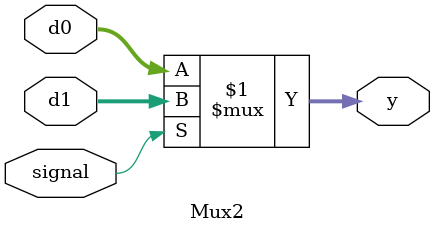
<source format=v>

module armreduced(
   input clk,
   input reset,
   output [31:0] pc,   //->inst_addr, END
   input[31:0] inst,
   input nIRQ,
   output[3:0] be,
   output[31:0] memaddr,
   output memwrite,
   output memread,
   output[31:0] writedata,
   input[31:0] readdata
   );
   assign be = 4'b1111; // default
   assign memread = 'b1; // default

   reg [31:0] PC;
   wire [31:0] PC_prime;
   wire PCSrc, MemtoReg, MemWrite, ALUSrc;   
   wire [1:0] RegWrite;//Control Unit output wire (1/2)
   wire [2:0] ALUControl;
   wire [1:0] ImmSrc, RegSrc;   //Control Unit output wire (2/2)
   wire [4:0] RA1, RA2;   //Reg input wire
   wire [31:0] PCPlus4, PCPlus8;   //Reg input wire
   wire [31:0] ExtImm;   //Extend output wire
   wire [31:0] RD1, RD2;   //Register File output wire
   wire [31:0] SrcB; //ALU input wire
   wire [31:0] ALUResult;   //ALU output wire (1/2)
   wire ALUFlags;   //ALU output wire (2/2)
   
   wire [31:0] Result;
   
   
   assign pc = PC;
   
   //Instruction Decode. to control, reg..'
   ControlUnit controlunit(
      .clk(clk),
      .reset(reset),
      .Cond(inst[31:28]),   //input
      .Op(inst[27:26]),
      .Funct(inst[25:20]),
      .Rd(inst[15:12]),
      .ALUFlags(ALUFlags),
      .PCSrc(PCSrc),   //output
      .MemtoReg(MemtoReg),
      .MemWrite(MemWrite),
      .ALUControl(ALUControl),
      .ALUSrc(ALUSrc),
      .ImmSrc(ImmSrc),
      .RegWrite(RegWrite)
   );
   
   assign RA1=(RegSrc[0] == 0)? inst[19:16]:4'b1111;
   assign RA2=(RegSrc[1] == 0)? inst[3:0]:inst[15:12];
   assign Result = (MemtoReg)? readdata:ALUResult;
   
   RegisterFile registerfile(
      .clk(clk),
      .reset(reset),
      .A1(RA1),
      .A2(RA2),
      .A3(inst[15:12]),
      .WD3(Result),
      .RegWrite(RegWrite),
      .PCPlus8(PC+8),
      .RD1(RD1),
      .RD2(RD2)
   );

   assign SrcB=(ALUSrc)?ExtImm:RD2;
   assign memwrite = MemWrite;
   assign writedata = RD2;   

	ALU alu(
      .SrcA(RD1),
      .SrcB(SrcB),
      .ALUControl(ALUControl),
      .ALUResult(ALUResult),
      .ALUFlags(ALUFlags)
   );

   assign memaddr = ALUResult;

	Extend extend(
      .Instr(inst[23:0]),
      .ImmSrc(ImmSrc),
      .ExtImm(ExtImm)
   );

   //PC'
   assign PC_prime = (PCSrc)? Result:PC+4;
   
   //PC. reg, clk
   always @(negedge clk or posedge reset)
   begin
      if(reset==1)
         PC <= 32'b0;
      else
         PC <= PC_prime;
   end
   
endmodule


module Adder(
   input [31:0] v1,v2,
   output [31:0] y
   );

   assign y=v1+v2;
endmodule

module Mux2(
   input [31:0] d0,d1,
   input signal,
   output[31:0] y
   );
   assign y = signal? d1:d0;
endmodule
</source>
